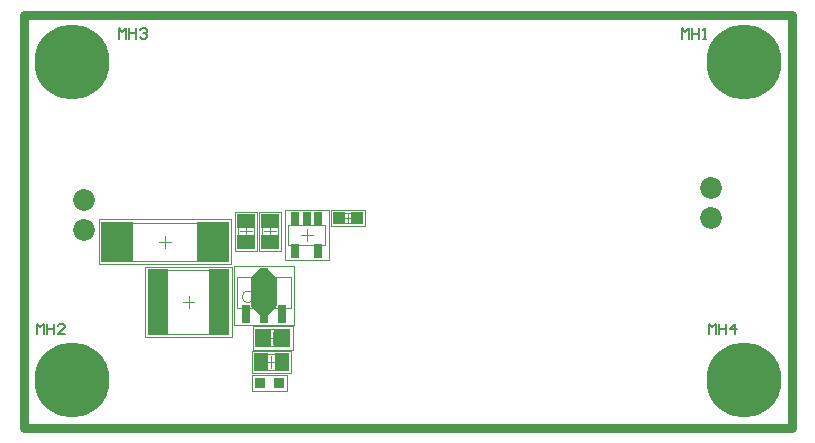
<source format=gts>
G04*
G04 #@! TF.GenerationSoftware,Altium Limited,Altium Designer,18.1.11 (251)*
G04*
G04 Layer_Color=8388736*
%FSLAX25Y25*%
%MOIN*%
G70*
G01*
G75*
%ADD12C,0.00197*%
%ADD13C,0.00650*%
%ADD14C,0.03000*%
%ADD15C,0.00394*%
%ADD26R,0.02953X0.06102*%
%ADD27R,0.02953X0.03347*%
%ADD28R,0.02953X0.04724*%
%ADD29R,0.04528X0.05906*%
%ADD30R,0.03937X0.04134*%
%ADD31R,0.03740X0.03740*%
%ADD32R,0.10787X0.13346*%
%ADD33R,0.07087X0.21850*%
%ADD34R,0.05709X0.06299*%
%ADD35R,0.05906X0.04528*%
%ADD36C,0.25000*%
%ADD37C,0.07284*%
G36*
X78819Y53154D02*
X81181D01*
X81227Y53151D01*
X81273Y53140D01*
X81303Y53127D01*
X81316Y53122D01*
X81355Y53098D01*
X81391Y53068D01*
X84146Y50312D01*
X84146Y50312D01*
X84177Y50276D01*
X84201Y50237D01*
X84208Y50219D01*
X84219Y50194D01*
X84230Y50149D01*
X84233Y50102D01*
X84233Y50102D01*
Y40653D01*
X84229Y40607D01*
X84219Y40562D01*
X84206Y40532D01*
X84201Y40519D01*
X84177Y40479D01*
X84146Y40444D01*
X81391Y37688D01*
X81355Y37658D01*
X81316Y37634D01*
X81303Y37628D01*
X81273Y37616D01*
X81227Y37605D01*
X81181Y37601D01*
X78819D01*
X78773Y37605D01*
X78727Y37616D01*
X78697Y37628D01*
X78684Y37634D01*
X78645Y37658D01*
X78610Y37688D01*
X75854Y40444D01*
X75823Y40479D01*
X75799Y40519D01*
X75794Y40532D01*
X75781Y40562D01*
X75770Y40607D01*
X75767Y40653D01*
Y50102D01*
X75770Y50149D01*
X75781Y50194D01*
X75794Y50224D01*
X75799Y50237D01*
X75823Y50276D01*
X75854Y50312D01*
X78609Y53068D01*
X78610Y53068D01*
X78645Y53098D01*
X78684Y53122D01*
X78702Y53130D01*
X78727Y53140D01*
X78773Y53151D01*
X78819Y53154D01*
X78819Y53154D01*
D02*
G37*
D12*
X90039Y34157D02*
Y53843D01*
X69961Y34157D02*
Y53843D01*
X90039D01*
X69961Y34157D02*
X90039D01*
X86976Y56047D02*
Y72583D01*
X101543Y56047D02*
Y72583D01*
X86976Y56047D02*
X101543D01*
X86976Y72583D02*
X101543D01*
X75961Y18260D02*
Y25740D01*
X88953Y18260D02*
Y25740D01*
X75961D02*
X88953D01*
X75961Y18260D02*
X88953D01*
X102291Y67244D02*
X113709D01*
X102291Y72756D02*
X113709D01*
Y67244D02*
Y72756D01*
X102291Y67244D02*
Y72756D01*
X76339Y17559D02*
X87559D01*
X76142Y12441D02*
Y17559D01*
X76339Y12441D02*
X87559D01*
Y17559D01*
X24953Y54520D02*
Y69480D01*
X69047Y54520D02*
Y69480D01*
X24953D02*
X69047D01*
X24953Y54520D02*
X69047D01*
X40492Y30386D02*
Y53614D01*
X69232Y30386D02*
Y53614D01*
X40492D02*
X69232D01*
X40492Y30386D02*
X69232D01*
X76307Y26063D02*
Y33937D01*
X89693Y26063D02*
Y33937D01*
X76307D02*
X89693D01*
X76307Y26063D02*
X89693D01*
X70260Y72039D02*
X77740D01*
X70260Y59047D02*
X77740D01*
Y72039D01*
X70260Y59047D02*
Y72039D01*
X78260Y59047D02*
X85740D01*
X78260Y72039D02*
X85740D01*
X78260Y59047D02*
Y72039D01*
X85740Y59047D02*
Y72039D01*
D13*
X228200Y31200D02*
Y34699D01*
X229366Y33533D01*
X230533Y34699D01*
Y31200D01*
X231699Y34699D02*
Y31200D01*
Y32949D01*
X234031D01*
Y34699D01*
Y31200D01*
X236947D02*
Y34699D01*
X235198Y32949D01*
X237530D01*
X31650Y129750D02*
Y133249D01*
X32816Y132083D01*
X33983Y133249D01*
Y129750D01*
X35149Y133249D02*
Y129750D01*
Y131499D01*
X37481D01*
Y133249D01*
Y129750D01*
X38648Y132666D02*
X39231Y133249D01*
X40397D01*
X40980Y132666D01*
Y132083D01*
X40397Y131499D01*
X39814D01*
X40397D01*
X40980Y130916D01*
Y130333D01*
X40397Y129750D01*
X39231D01*
X38648Y130333D01*
X4200Y31200D02*
Y34699D01*
X5366Y33533D01*
X6533Y34699D01*
Y31200D01*
X7699Y34699D02*
Y31200D01*
Y32949D01*
X10031D01*
Y34699D01*
Y31200D01*
X13530D02*
X11198D01*
X13530Y33533D01*
Y34116D01*
X12947Y34699D01*
X11781D01*
X11198Y34116D01*
X219350Y129650D02*
Y133149D01*
X220516Y131983D01*
X221683Y133149D01*
Y129650D01*
X222849Y133149D02*
Y129650D01*
Y131399D01*
X225181D01*
Y133149D01*
Y129650D01*
X226348D02*
X227514D01*
X226931D01*
Y133149D01*
X226348Y132566D01*
D14*
X0Y0D02*
X255906D01*
Y137795D01*
X0D02*
X255906D01*
X0Y0D02*
Y137795D01*
D15*
X76653Y43695D02*
G03*
X76653Y43695I-1969J0D01*
G01*
X89055Y39955D02*
Y50191D01*
X70945Y39955D02*
Y50191D01*
X89055D01*
X70945Y39955D02*
X89055D01*
X88059Y61067D02*
Y67563D01*
X100461Y61067D02*
Y67563D01*
X88059Y61067D02*
X100461D01*
X88059Y67563D02*
X100461D01*
X78323Y19342D02*
Y24657D01*
X86591Y19342D02*
Y24657D01*
X78323D02*
X86591D01*
X78323Y19342D02*
X86591D01*
X104654Y68228D02*
X111346D01*
X104654Y71772D02*
X111346D01*
Y68228D02*
Y71772D01*
X104654Y68228D02*
Y71772D01*
X27315Y55701D02*
Y68299D01*
X66685Y55701D02*
Y68299D01*
X27315D02*
X66685D01*
X27315Y55701D02*
X66685D01*
X42854Y31370D02*
Y52630D01*
X66870Y31370D02*
Y52630D01*
X42854D02*
X66870D01*
X42854Y31370D02*
X66870D01*
X78669Y27146D02*
Y32854D01*
X87331Y27146D02*
Y32854D01*
X78669D02*
X87331D01*
X78669Y27146D02*
X87331D01*
X71342Y69677D02*
X76657D01*
X71342Y61409D02*
X76657D01*
Y69677D01*
X71342Y61409D02*
Y69677D01*
X79343Y61409D02*
X84658D01*
X79343Y69677D02*
X84658D01*
X79343Y61409D02*
Y69677D01*
X84658Y61409D02*
Y69677D01*
X78031Y45073D02*
X81968D01*
X80000Y43104D02*
Y47041D01*
X92291Y64315D02*
X96228D01*
X94260Y62347D02*
Y66284D01*
X80488Y22000D02*
X84425D01*
X82457Y20031D02*
Y23968D01*
X108000Y68228D02*
Y71772D01*
X106228Y70000D02*
X109772D01*
X45031Y62000D02*
X48968D01*
X47000Y60031D02*
Y63968D01*
X52894Y42000D02*
X56831D01*
X54862Y40031D02*
Y43968D01*
X81032Y30000D02*
X84969D01*
X83000Y28032D02*
Y31969D01*
X74000Y63575D02*
Y67512D01*
X72031Y65543D02*
X75968D01*
X82000Y63575D02*
Y67512D01*
X80032Y65543D02*
X83969D01*
D26*
X85905Y37898D02*
D03*
X74094D02*
D03*
D27*
X80000Y36520D02*
D03*
D28*
X98000Y59000D02*
D03*
X90520D02*
D03*
Y69630D02*
D03*
X94260D02*
D03*
X98000D02*
D03*
D29*
X78913Y22000D02*
D03*
X86000D02*
D03*
D30*
X111051Y70000D02*
D03*
X104949D02*
D03*
D31*
X85000Y15000D02*
D03*
X78701D02*
D03*
D32*
X31016Y62000D02*
D03*
X62984D02*
D03*
D33*
X44724Y42000D02*
D03*
X65000D02*
D03*
D34*
X79850Y30000D02*
D03*
X86150D02*
D03*
D35*
X74000Y69087D02*
D03*
Y62000D02*
D03*
X82000D02*
D03*
Y69087D02*
D03*
D36*
X240000Y16000D02*
D03*
Y122000D02*
D03*
X16000Y16000D02*
D03*
Y122000D02*
D03*
D37*
X20000Y66000D02*
D03*
Y76000D02*
D03*
X229000Y80000D02*
D03*
Y70000D02*
D03*
M02*

</source>
